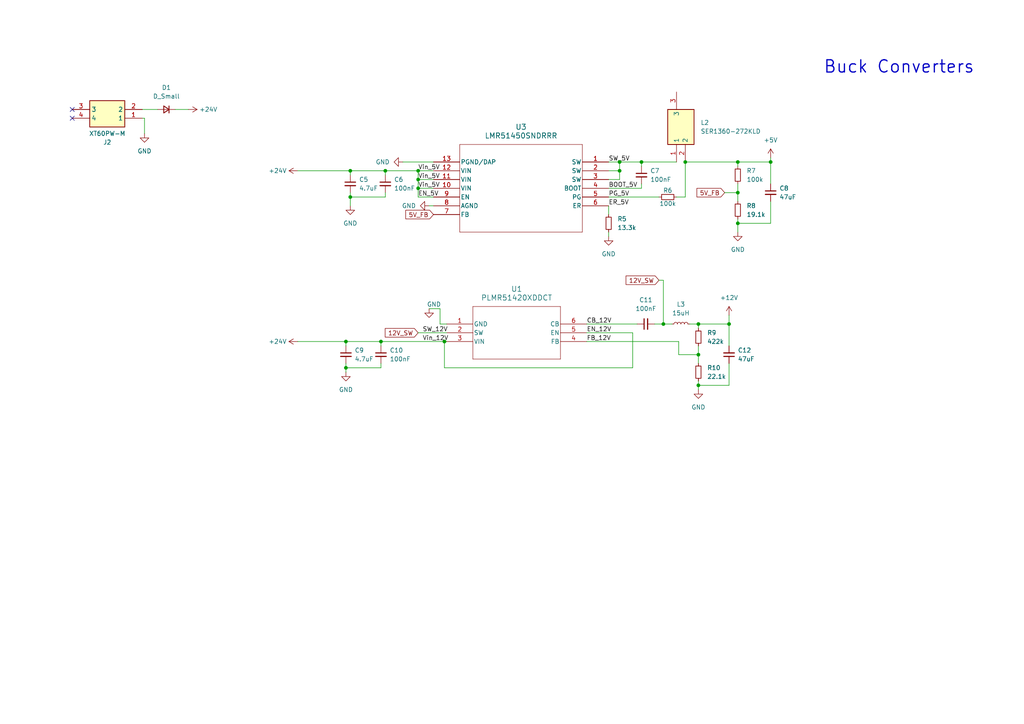
<source format=kicad_sch>
(kicad_sch (version 20230121) (generator eeschema)
  (paper "A4")
  (lib_symbols
    (symbol "Device:C_Small" (pin_numbers hide) (pin_names (offset 0.254) hide)
      (property "Reference" "C" (at 0.254 1.778 0))
      (property "Value" "C_Small" (at 0.254 -2.032 0))
      (symbol "C_Small_0_1"
        (polyline (pts (xy -1.524 -0.508) (xy 1.524 -0.508)) (stroke (width 0.3302)))
        (polyline (pts (xy -1.524 0.508) (xy 1.524 0.508)) (stroke (width 0.3048)))
      )
      (symbol "C_Small_1_1"
        (pin passive line (at 0 2.54 270) (length 2.032) (name "~") (number "1"))
        (pin passive line (at 0 -2.54 90) (length 2.032) (name "~") (number "2"))
      )
    )
    (symbol "Device:D_Small" (pin_numbers hide) (pin_names (offset 0.254) hide)
      (property "Reference" "D" (at -1.27 2.032 0))
      (property "Value" "D_Small" (at -3.81 -2.032 0))
      (symbol "D_Small_0_1"
        (polyline (pts (xy -0.762 -1.016) (xy -0.762 1.016)) (stroke (width 0.254)))
        (polyline (pts (xy -0.762 0) (xy 0.762 0)))
        (polyline (pts (xy 0.762 -1.016) (xy -0.762 0) (xy 0.762 1.016) (xy 0.762 -1.016)) (stroke (width 0.254)))
      )
      (symbol "D_Small_1_1"
        (pin passive line (at -2.54 0 0) (length 1.778) (name "K") (number "1"))
        (pin passive line (at 2.54 0 180) (length 1.778) (name "A") (number "2"))
      )
    )
    (symbol "Device:L_Small" (pin_numbers hide) (pin_names (offset 0.254) hide)
      (property "Reference" "L" (at 0.762 1.016 0))
      (property "Value" "L_Small" (at 0.762 -1.016 0))
      (symbol "L_Small_0_1"
        (arc (start 0 -2.032) (mid 0.5058 -1.524) (end 0 -1.016))
        (arc (start 0 -1.016) (mid 0.5058 -0.508) (end 0 0))
        (arc (start 0 0) (mid 0.5058 0.508) (end 0 1.016))
        (arc (start 0 1.016) (mid 0.5058 1.524) (end 0 2.032))
      )
      (symbol "L_Small_1_1"
        (pin passive line (at 0 2.54 270) (length 0.508) (name "~") (number "1"))
        (pin passive line (at 0 -2.54 90) (length 0.508) (name "~") (number "2"))
      )
    )
    (symbol "Device:R_Small" (pin_numbers hide) (pin_names (offset 0.254) hide)
      (property "Reference" "R" (at 0.762 0.508 0))
      (property "Value" "R_Small" (at 0.762 -1.016 0))
      (symbol "R_Small_0_1"
        (rectangle (start -0.762 1.778) (end 0.762 -1.778) (stroke (width 0.2032)))
      )
      (symbol "R_Small_1_1"
        (pin passive line (at 0 2.54 270) (length 0.762) (name "~") (number "1"))
        (pin passive line (at 0 -2.54 90) (length 0.762) (name "~") (number "2"))
      )
    )
    (symbol "LMR51420XDDCR:PLMR51420XDDCT" (pin_names (offset 0.254))
      (property "Reference" "U" (at 20.32 10.16 0))
      (property "Value" "PLMR51420XDDCT" (at 20.32 7.62 0))
      (symbol "PLMR51420XDDCT_0_1"
        (polyline (pts (xy 7.62 -10.16) (xy 33.02 -10.16)) (stroke (width 0.127)))
        (polyline (pts (xy 7.62 5.08) (xy 7.62 -10.16)) (stroke (width 0.127)))
        (polyline (pts (xy 33.02 -10.16) (xy 33.02 5.08)) (stroke (width 0.127)))
        (polyline (pts (xy 33.02 5.08) (xy 7.62 5.08)) (stroke (width 0.127)))
        (pin power_out line (at 0 0 0) (length 7.62) (name "GND") (number "1"))
        (pin power_in line (at 0 -2.54 0) (length 7.62) (name "SW") (number "2"))
        (pin power_in line (at 0 -5.08 0) (length 7.62) (name "VIN") (number "3"))
        (pin unspecified line (at 40.64 -5.08 180) (length 7.62) (name "FB") (number "4"))
        (pin unspecified line (at 40.64 -2.54 180) (length 7.62) (name "EN") (number "5"))
        (pin power_in line (at 40.64 0 180) (length 7.62) (name "CB") (number "6"))
      )
    )
    (symbol "LMR51450FNDRRR:LMR51450FNDRRR" (pin_names (offset 0.254))
      (property "Reference" "U" (at 25.4 10.16 0))
      (property "Value" "LMR51450FNDRRR" (at 25.4 7.62 0))
      (symbol "LMR51450FNDRRR_0_1"
        (polyline (pts (xy 7.62 -20.32) (xy 43.18 -20.32)) (stroke (width 0.127)))
        (polyline (pts (xy 7.62 5.08) (xy 7.62 -20.32)) (stroke (width 0.127)))
        (polyline (pts (xy 43.18 -20.32) (xy 43.18 5.08)) (stroke (width 0.127)))
        (polyline (pts (xy 43.18 5.08) (xy 7.62 5.08)) (stroke (width 0.127)))
        (pin unspecified line (at 0 0 0) (length 7.62) (name "SW") (number "1"))
        (pin unspecified line (at 50.8 -7.62 180) (length 7.62) (name "VIN") (number "10"))
        (pin unspecified line (at 50.8 -5.08 180) (length 7.62) (name "VIN") (number "11"))
        (pin unspecified line (at 50.8 -2.54 180) (length 7.62) (name "VIN") (number "12"))
        (pin power_out line (at 50.8 0 180) (length 7.62) (name "PGND/DAP") (number "13"))
        (pin unspecified line (at 0 -2.54 0) (length 7.62) (name "SW") (number "2"))
        (pin unspecified line (at 0 -5.08 0) (length 7.62) (name "SW") (number "3"))
        (pin unspecified line (at 0 -7.62 0) (length 7.62) (name "BOOT") (number "4"))
        (pin unspecified line (at 0 -10.16 0) (length 7.62) (name "PG") (number "5"))
        (pin unspecified line (at 0 -12.7 0) (length 7.62) (name "ER") (number "6"))
        (pin unspecified line (at 50.8 -15.24 180) (length 7.62) (name "FB") (number "7"))
        (pin power_out line (at 50.8 -12.7 180) (length 7.62) (name "AGND") (number "8"))
        (pin unspecified line (at 50.8 -10.16 180) (length 7.62) (name "EN") (number "9"))
      )
    )
    (symbol "SER1360-272KLD:SER1360-272KLD"
      (property "Reference" "L" (at 16.51 7.62 0))
      (property "Value" "SER1360-272KLD" (at 16.51 5.08 0))
      (symbol "SER1360-272KLD_1_1"
        (rectangle (start 5.08 2.54) (end 15.24 -5.08) (stroke (width 0.254)) (fill (type background)))
        (pin passive line (at 0 0 0) (length 5.08) (name "1") (number "1"))
        (pin passive line (at 0 -2.54 0) (length 5.08) (name "2") (number "2"))
        (pin passive line (at 20.32 0 180) (length 5.08) (name "3") (number "3"))
      )
    )
    (symbol "XT60PW-M:XT60PW-M"
      (property "Reference" "J" (at 16.51 7.62 0))
      (property "Value" "XT60PW-M" (at 16.51 5.08 0))
      (symbol "XT60PW-M_1_1"
        (rectangle (start 5.08 2.54) (end 15.24 -5.08) (stroke (width 0.254)) (fill (type background)))
        (pin passive line (at 0 0 0) (length 5.08) (name "1") (number "1"))
        (pin passive line (at 0 -2.54 0) (length 5.08) (name "2") (number "2"))
        (pin passive line (at 20.32 -2.54 180) (length 5.08) (name "3") (number "3"))
        (pin passive line (at 20.32 0 180) (length 5.08) (name "4") (number "4"))
      )
    )
    (symbol "power:+12V" (power) (pin_names (offset 0))
      (property "Value" "+12V" (at 0 3.556 0))
      (symbol "+12V_0_1"
        (polyline (pts (xy -0.762 1.27) (xy 0 2.54)))
        (polyline (pts (xy 0 0) (xy 0 2.54)))
        (polyline (pts (xy 0 2.54) (xy 0.762 1.27)))
      )
      (symbol "+12V_1_1"
        (pin power_in line (at 0 0 90) (length 0) hide (name "+12V") (number "1"))
      )
    )
    (symbol "power:+24V" (power) (pin_names (offset 0))
      (property "Value" "+24V" (at 0 3.556 0))
      (symbol "+24V_0_1"
        (polyline (pts (xy -0.762 1.27) (xy 0 2.54)))
        (polyline (pts (xy 0 0) (xy 0 2.54)))
        (polyline (pts (xy 0 2.54) (xy 0.762 1.27)))
      )
      (symbol "+24V_1_1"
        (pin power_in line (at 0 0 90) (length 0) hide (name "+24V") (number "1"))
      )
    )
    (symbol "power:+5V" (power) (pin_names (offset 0))
      (property "Value" "+5V" (at 0 3.556 0))
      (symbol "+5V_0_1"
        (polyline (pts (xy -0.762 1.27) (xy 0 2.54)))
        (polyline (pts (xy 0 0) (xy 0 2.54)))
        (polyline (pts (xy 0 2.54) (xy 0.762 1.27)))
      )
      (symbol "+5V_1_1"
        (pin power_in line (at 0 0 90) (length 0) hide (name "+5V") (number "1"))
      )
    )
    (symbol "power:GND" (power) (pin_names (offset 0))
      (property "Value" "GND" (at 0 -3.81 0))
      (symbol "GND_0_1"
        (polyline (pts (xy 0 0) (xy 0 -1.27) (xy 1.27 -1.27) (xy 0 -2.54) (xy -1.27 -1.27) (xy 0 -1.27)))
      )
      (symbol "GND_1_1"
        (pin power_in line (at 0 0 270) (length 0) hide (name "GND") (number "1"))
      )
    )
  )
  (junction (at 186.055 46.99))
  (junction (at 213.995 64.77))
  (junction (at 202.565 102.87))
  (junction (at 111.76 49.53))
  (junction (at 101.6 49.53))
  (junction (at 223.52 46.99))
  (junction (at 100.33 99.06))
  (junction (at 179.705 46.99))
  (junction (at 121.285 54.61))
  (junction (at 101.6 57.15))
  (junction (at 121.285 52.07))
  (junction (at 100.33 106.68))
  (junction (at 213.995 55.88))
  (junction (at 198.755 46.99))
  (junction (at 110.49 99.06))
  (junction (at 128.905 99.06))
  (junction (at 179.705 49.53))
  (junction (at 211.455 93.98))
  (junction (at 213.995 46.99))
  (junction (at 202.565 93.98))
  (junction (at 121.285 49.53))
  (junction (at 202.565 111.76))
  (junction (at 192.405 93.98))
  (no_connect (at 20.955 34.29))
  (no_connect (at 20.955 31.75))
  (wire (pts (xy 211.455 111.76) (xy 202.565 111.76)))
  (wire (pts (xy 211.455 91.44) (xy 211.455 93.98)))
  (wire (pts (xy 202.565 102.87) (xy 202.565 105.41)))
  (wire (pts (xy 121.285 52.07) (xy 121.285 49.53)))
  (wire (pts (xy 176.53 52.07) (xy 179.705 52.07)))
  (wire (pts (xy 223.52 46.99) (xy 223.52 53.34)))
  (wire (pts (xy 202.565 93.98) (xy 211.455 93.98)))
  (wire (pts (xy 183.515 106.68) (xy 128.905 106.68)))
  (wire (pts (xy 100.33 99.06) (xy 110.49 99.06)))
  (wire (pts (xy 196.215 57.15) (xy 198.755 57.15)))
  (wire (pts (xy 127.635 89.535) (xy 127.635 93.98)))
  (wire (pts (xy 196.215 46.99) (xy 186.055 46.99)))
  (wire (pts (xy 121.285 49.53) (xy 111.76 49.53)))
  (wire (pts (xy 50.8 31.75) (xy 54.61 31.75)))
  (wire (pts (xy 211.455 105.41) (xy 211.455 111.76)))
  (wire (pts (xy 176.53 49.53) (xy 179.705 49.53)))
  (wire (pts (xy 176.53 59.69) (xy 176.53 62.23)))
  (wire (pts (xy 125.73 49.53) (xy 121.285 49.53)))
  (wire (pts (xy 186.055 46.99) (xy 186.055 48.26)))
  (wire (pts (xy 100.33 105.41) (xy 100.33 106.68)))
  (wire (pts (xy 128.905 106.68) (xy 128.905 99.06)))
  (wire (pts (xy 196.85 99.06) (xy 170.18 99.06)))
  (wire (pts (xy 111.76 55.88) (xy 111.76 57.15)))
  (wire (pts (xy 196.85 102.87) (xy 202.565 102.87)))
  (wire (pts (xy 101.6 49.53) (xy 111.76 49.53)))
  (wire (pts (xy 192.405 93.98) (xy 194.945 93.98)))
  (wire (pts (xy 176.53 67.31) (xy 176.53 68.58)))
  (wire (pts (xy 179.705 52.07) (xy 179.705 49.53)))
  (wire (pts (xy 213.995 55.88) (xy 213.995 58.42)))
  (wire (pts (xy 125.73 52.07) (xy 121.285 52.07)))
  (wire (pts (xy 202.565 111.76) (xy 202.565 113.03)))
  (wire (pts (xy 192.405 81.28) (xy 191.135 81.28)))
  (wire (pts (xy 176.53 54.61) (xy 186.055 54.61)))
  (wire (pts (xy 101.6 55.88) (xy 101.6 57.15)))
  (wire (pts (xy 196.85 102.87) (xy 196.85 99.06)))
  (wire (pts (xy 124.46 59.69) (xy 125.73 59.69)))
  (wire (pts (xy 127.635 93.98) (xy 129.54 93.98)))
  (wire (pts (xy 183.515 96.52) (xy 183.515 106.68)))
  (wire (pts (xy 200.025 93.98) (xy 202.565 93.98)))
  (wire (pts (xy 125.73 57.15) (xy 121.285 57.15)))
  (wire (pts (xy 213.995 53.34) (xy 213.995 55.88)))
  (wire (pts (xy 125.73 54.61) (xy 121.285 54.61)))
  (wire (pts (xy 121.285 54.61) (xy 121.285 57.15)))
  (wire (pts (xy 86.36 49.53) (xy 101.6 49.53)))
  (wire (pts (xy 111.76 49.53) (xy 111.76 50.8)))
  (wire (pts (xy 101.6 49.53) (xy 101.6 50.8)))
  (wire (pts (xy 124.46 89.535) (xy 127.635 89.535)))
  (wire (pts (xy 110.49 99.06) (xy 110.49 100.33)))
  (wire (pts (xy 100.33 106.68) (xy 110.49 106.68)))
  (wire (pts (xy 45.72 31.75) (xy 41.275 31.75)))
  (wire (pts (xy 125.73 46.99) (xy 116.84 46.99)))
  (wire (pts (xy 41.91 34.29) (xy 41.275 34.29)))
  (wire (pts (xy 213.995 46.99) (xy 213.995 48.26)))
  (wire (pts (xy 223.52 45.72) (xy 223.52 46.99)))
  (wire (pts (xy 100.33 106.68) (xy 100.33 107.95)))
  (wire (pts (xy 86.36 99.06) (xy 100.33 99.06)))
  (wire (pts (xy 211.455 93.98) (xy 211.455 100.33)))
  (wire (pts (xy 128.905 99.06) (xy 129.54 99.06)))
  (wire (pts (xy 101.6 59.69) (xy 101.6 57.15)))
  (wire (pts (xy 176.53 46.99) (xy 179.705 46.99)))
  (wire (pts (xy 170.18 96.52) (xy 183.515 96.52)))
  (wire (pts (xy 198.755 46.99) (xy 213.995 46.99)))
  (wire (pts (xy 110.49 106.68) (xy 110.49 105.41)))
  (wire (pts (xy 202.565 100.33) (xy 202.565 102.87)))
  (wire (pts (xy 202.565 110.49) (xy 202.565 111.76)))
  (wire (pts (xy 213.995 46.99) (xy 223.52 46.99)))
  (wire (pts (xy 176.53 57.15) (xy 191.135 57.15)))
  (wire (pts (xy 210.185 55.88) (xy 213.995 55.88)))
  (wire (pts (xy 121.285 54.61) (xy 121.285 52.07)))
  (wire (pts (xy 223.52 58.42) (xy 223.52 64.77)))
  (wire (pts (xy 213.995 63.5) (xy 213.995 64.77)))
  (wire (pts (xy 189.865 93.98) (xy 192.405 93.98)))
  (wire (pts (xy 101.6 57.15) (xy 111.76 57.15)))
  (wire (pts (xy 202.565 93.98) (xy 202.565 95.25)))
  (wire (pts (xy 179.705 49.53) (xy 179.705 46.99)))
  (wire (pts (xy 41.91 38.735) (xy 41.91 34.29)))
  (wire (pts (xy 121.285 96.52) (xy 129.54 96.52)))
  (wire (pts (xy 100.33 100.33) (xy 100.33 99.06)))
  (wire (pts (xy 198.755 57.15) (xy 198.755 46.99)))
  (wire (pts (xy 186.055 54.61) (xy 186.055 53.34)))
  (wire (pts (xy 213.995 64.77) (xy 213.995 67.31)))
  (wire (pts (xy 110.49 99.06) (xy 128.905 99.06)))
  (wire (pts (xy 213.995 64.77) (xy 223.52 64.77)))
  (wire (pts (xy 170.18 93.98) (xy 184.785 93.98)))
  (wire (pts (xy 179.705 46.99) (xy 186.055 46.99)))
  (wire (pts (xy 192.405 81.28) (xy 192.405 93.98)))
  (text "Buck Converters" (at 238.76 21.59 0) (effects (font (size 3.556 3.556) (thickness 0.3556) bold) (justify left bottom)))
  (label "PG_5V" (at 176.53 57.15 0))
  (label "Vin_5V" (at 121.285 54.61 0))
  (label "SW_12V" (at 122.555 96.52 0))
  (label "Vin_5V" (at 121.285 49.53 0))
  (label "EN_5V" (at 121.285 57.15 0))
  (label "EN_12V" (at 170.18 96.52 0))
  (label "ER_5V" (at 176.53 59.69 0))
  (label "CB_12V" (at 170.18 93.98 0))
  (label "Vin_12V" (at 122.555 99.06 0))
  (label "Vin_5V" (at 121.285 52.07 0))
  (label "SW_5V" (at 176.53 46.99 0))
  (label "BOOT_5V" (at 176.53 54.61 0))
  (label "FB_12V" (at 170.18 99.06 0))
  (global_label "12V_SW" (shape input) (at 121.285 96.52 180) (property "Intersheetrefs" "${INTERSHEET_REFS}" (effects hide)))
  (global_label "5V_FB" (shape input) (at 210.185 55.88 180) (property "Intersheetrefs" "${INTERSHEET_REFS}" (effects hide)))
  (global_label "5V_FB" (shape input) (at 125.73 62.23 180) (property "Intersheetrefs" "${INTERSHEET_REFS}" (effects hide)))
  (global_label "12V_SW" (shape input) (at 191.135 81.28 180) (property "Intersheetrefs" "${INTERSHEET_REFS}" (effects hide)))
  (symbol (lib_id "Device:C_Small") (at 211.455 102.87 180) (unit 1)
    (property "Reference" "C12" (at 213.995 101.5936 0) (effects (justify right)))
    (property "Value" "47uF" (at 213.995 104.1336 0) (effects (justify right)))
    (property "Footprint" "Capacitor_SMD:C_1210_3225Metric_Pad1.33x2.70mm_HandSolder" (effects hide))
  )
  (symbol (lib_id "Device:R_Small") (at 213.995 60.96 0) (unit 1)
    (property "Reference" "R8" (at 216.535 59.69 0) (effects (justify left)))
    (property "Value" "19.1k" (at 216.535 62.23 0) (effects (justify left)))
    (property "Footprint" "Resistor_SMD:R_0402_1005Metric_Pad0.72x0.64mm_HandSolder" (effects hide))
  )
  (symbol (lib_id "power:GND") (at 213.995 67.31 0) (unit 1)
    (property "Reference" "#PWR015" (effects hide))
    (property "Value" "GND" (at 213.995 72.39 0))
  )
  (symbol (lib_id "power:+24V") (at 86.36 49.53 90) (unit 1)
    (property "Reference" "#PWR022" (effects hide))
    (property "Value" "+24V" (at 83.185 49.53 90) (effects (justify left)))
  )
  (symbol (lib_id "Device:R_Small") (at 176.53 64.77 0) (unit 1)
    (property "Reference" "R5" (at 179.07 63.5 0) (effects (justify left)))
    (property "Value" "13.3k" (at 179.07 66.04 0) (effects (justify left)))
    (property "Footprint" "Resistor_SMD:R_0402_1005Metric_Pad0.72x0.64mm_HandSolder" (effects hide))
  )
  (symbol (lib_id "Device:R_Small") (at 202.565 97.79 0) (unit 1)
    (property "Reference" "R9" (at 205.105 96.52 0) (effects (justify left)))
    (property "Value" "422k" (at 205.105 99.06 0) (effects (justify left)))
    (property "Footprint" "Resistor_SMD:R_0402_1005Metric_Pad0.72x0.64mm_HandSolder" (effects hide))
  )
  (symbol (lib_id "LMR51420XDDCR:PLMR51420XDDCT") (at 129.54 93.98 0) (unit 1)
    (property "Reference" "U1" (at 149.86 83.82 0) (effects (font (size 1.524 1.524))))
    (property "Value" "PLMR51420XDDCT" (at 149.86 86.36 0) (effects (font (size 1.524 1.524))))
    (property "Footprint" "LMR51420XDDCR:SOT-23-THIN-6_DDC_TEX" (effects hide))
    (property "Datasheet" "PLMR51420XDDCT" (effects hide))
  )
  (symbol (lib_id "power:GND") (at 124.46 59.69 270) (unit 1)
    (property "Reference" "#PWR07" (effects hide))
    (property "Value" "GND" (at 120.65 59.69 90) (effects (justify right)))
  )
  (symbol (lib_id "Device:C_Small") (at 187.325 93.98 90) (unit 1)
    (property "Reference" "C11" (at 187.3313 86.995 90))
    (property "Value" "100nF" (at 187.3313 89.535 90))
    (property "Footprint" "Capacitor_SMD:C_0402_1005Metric_Pad0.74x0.62mm_HandSolder" (effects hide))
  )
  (symbol (lib_id "Device:R_Small") (at 202.565 107.95 0) (unit 1)
    (property "Reference" "R10" (at 205.105 106.68 0) (effects (justify left)))
    (property "Value" "22.1k" (at 205.105 109.22 0) (effects (justify left)))
    (property "Footprint" "Resistor_SMD:R_0402_1005Metric_Pad0.72x0.64mm_HandSolder" (effects hide))
  )
  (symbol (lib_id "Device:C_Small") (at 186.055 50.8 0) (unit 1)
    (property "Reference" "C7" (at 188.595 49.5363 0) (effects (justify left)))
    (property "Value" "100nF" (at 188.595 52.0763 0) (effects (justify left)))
    (property "Footprint" "Capacitor_SMD:C_0402_1005Metric_Pad0.74x0.62mm_HandSolder" (effects hide))
  )
  (symbol (lib_id "power:GND") (at 176.53 68.58 0) (unit 1)
    (property "Reference" "#PWR010" (effects hide))
    (property "Value" "GND" (at 176.53 73.66 0))
  )
  (symbol (lib_id "Device:R_Small") (at 193.675 57.15 90) (unit 1)
    (property "Reference" "R6" (at 193.675 55.245 90))
    (property "Value" "100k" (at 193.675 59.055 90))
    (property "Footprint" "Resistor_SMD:R_0603_1608Metric_Pad0.98x0.95mm_HandSolder" (effects hide))
  )
  (symbol (lib_id "Device:R_Small") (at 213.995 50.8 0) (unit 1)
    (property "Reference" "R7" (at 216.535 49.53 0) (effects (justify left)))
    (property "Value" "100k" (at 216.535 52.07 0) (effects (justify left)))
    (property "Footprint" "Resistor_SMD:R_0402_1005Metric_Pad0.72x0.64mm_HandSolder" (effects hide))
  )
  (symbol (lib_id "Device:C_Small") (at 101.6 53.34 0) (unit 1)
    (property "Reference" "C5" (at 104.14 52.07 0) (effects (justify left)))
    (property "Value" "4.7uF" (at 104.14 54.6163 0) (effects (justify left)))
    (property "Footprint" "Capacitor_SMD:C_1206_3216Metric_Pad1.33x1.80mm_HandSolder" (effects hide))
  )
  (symbol (lib_id "SER1360-272KLD:SER1360-272KLD") (at 196.215 46.99 90) (unit 1)
    (property "Reference" "L2" (at 203.2 35.56 90) (effects (justify right)))
    (property "Value" "SER1360-272KLD" (at 203.2 38.1 90) (effects (justify right)))
    (property "Footprint" "SER1360-272KLD:SER1360272KLD" (effects hide))
    (property "Datasheet" "https://www.coilcraft.com/pdfs/ser1360.pdf" (effects hide))
    (property "Height" "5.8" (effects hide))
    (property "Mouser Part Number" "994-SER1360-272KLD" (effects hide))
    (property "Mouser Price/Stock" "https://www.mouser.co.uk/ProductDetail/Coilcraft/SER1360-272KLD?qs=zCSbvcPd3pZ5LRuxM2jV0g%3D%3D" (effects hide))
    (property "Manufacturer_Name" "COILCRAFT" (effects hide))
    (property "Manufacturer_Part_Number" "SER1360-272KLD" (effects hide))
  )
  (symbol (lib_id "power:GND") (at 116.84 46.99 270) (unit 1)
    (property "Reference" "#PWR05" (effects hide))
    (property "Value" "GND" (at 113.03 46.99 90) (effects (justify right)))
  )
  (symbol (lib_id "power:GND") (at 202.565 113.03 0) (unit 1)
    (property "Reference" "#PWR013" (effects hide))
    (property "Value" "GND" (at 202.565 118.11 0))
  )
  (symbol (lib_id "power:GND") (at 41.91 38.735 0) (unit 1)
    (property "Reference" "#PWR018" (effects hide))
    (property "Value" "GND" (at 41.91 43.815 0))
  )
  (symbol (lib_id "power:GND") (at 124.46 89.535 0) (unit 1)
    (property "Reference" "#PWR08" (effects hide))
    (property "Value" "GND" (at 123.825 88.265 0) (effects (justify left)))
  )
  (symbol (lib_id "Device:C_Small") (at 100.33 102.87 0) (unit 1)
    (property "Reference" "C9" (at 102.87 101.6063 0) (effects (justify left)))
    (property "Value" "4.7uF" (at 102.87 104.1463 0) (effects (justify left)))
    (property "Footprint" "Capacitor_SMD:C_0603_1608Metric_Pad1.08x0.95mm_HandSolder" (effects hide))
  )
  (symbol (lib_id "Device:C_Small") (at 223.52 55.88 0) (unit 1)
    (property "Reference" "C8" (at 226.06 54.6163 0) (effects (justify left)))
    (property "Value" "47uF" (at 226.06 57.1563 0) (effects (justify left)))
    (property "Footprint" "Capacitor_SMD:C_1210_3225Metric_Pad1.33x2.70mm_HandSolder" (effects hide))
  )
  (symbol (lib_id "Device:C_Small") (at 110.49 102.87 0) (unit 1)
    (property "Reference" "C10" (at 113.03 101.6063 0) (effects (justify left)))
    (property "Value" "100nF" (at 113.03 104.1463 0) (effects (justify left)))
    (property "Footprint" "Capacitor_SMD:C_0603_1608Metric_Pad1.08x0.95mm_HandSolder" (effects hide))
  )
  (symbol (lib_id "power:+5V") (at 223.52 45.72 0) (unit 1)
    (property "Reference" "#PWR016" (effects hide))
    (property "Value" "+5V" (at 223.52 40.64 0))
  )
  (symbol (lib_id "power:GND") (at 101.6 59.69 0) (unit 1)
    (property "Reference" "#PWR01" (effects hide))
    (property "Value" "GND" (at 101.6 64.77 0))
  )
  (symbol (lib_id "power:+12V") (at 211.455 91.44 0) (unit 1)
    (property "Reference" "#PWR019" (effects hide))
    (property "Value" "+12V" (at 211.455 86.36 0))
  )
  (symbol (lib_id "Device:D_Small") (at 48.26 31.75 180) (unit 1)
    (property "Reference" "D1" (at 48.26 25.4 0))
    (property "Value" "D_Small" (at 48.26 27.94 0))
    (property "Footprint" "Diode_SMD:D_SOD-128" (effects hide))
    (property "Sim.Device" "D" (effects hide))
    (property "Sim.Pins" "1=K 2=A" (effects hide))
  )
  (symbol (lib_id "power:+24V") (at 54.61 31.75 270) (unit 1)
    (property "Reference" "#PWR011" (effects hide))
    (property "Value" "+24V" (at 57.785 31.75 90) (effects (justify left)))
  )
  (symbol (lib_id "Device:L_Small") (at 197.485 93.98 90) (unit 1)
    (property "Reference" "L3" (at 197.485 88.265 90))
    (property "Value" "15uH" (at 197.485 90.805 90))
    (property "Footprint" "Inductor_SMD:L_12x12mm_H8mm" (effects hide))
  )
  (symbol (lib_id "LMR51450FNDRRR:LMR51450FNDRRR") (at 176.53 46.99 0) (mirror y) (unit 1)
    (property "Reference" "U3" (at 151.13 36.83 0) (effects (font (size 1.524 1.524))))
    (property "Value" "LMR51450SNDRRR" (at 151.13 39.37 0) (effects (font (size 1.524 1.524))))
    (property "Footprint" "LMR51450FNDRRR:WSON_SDRRR_TEX" (effects hide))
    (property "Datasheet" "LMR51450FNDRRR" (effects hide))
  )
  (symbol (lib_id "power:GND") (at 100.33 107.95 0) (unit 1)
    (property "Reference" "#PWR03" (effects hide))
    (property "Value" "GND" (at 100.33 113.03 0))
  )
  (symbol (lib_id "XT60PW-M:XT60PW-M") (at 41.275 34.29 180) (unit 1)
    (property "Reference" "J2" (at 31.115 41.275 0))
    (property "Value" "XT60PW-M" (at 31.115 38.735 0))
    (property "Footprint" "Connector_AMASS:AMASS_XT60PW-M_1x02_P7.20mm_Horizontal" (effects hide))
    (property "Datasheet" "https://www.tme.eu/Document/9b8d0c5eb7094295f3d3112c214d3ade/XT60PW%20SPEC.pdf" (effects hide))
    (property "Height" "8.4" (effects hide))
    (property "Manufacturer_Name" "Changzou Amass Elec" (effects hide))
    (property "Manufacturer_Part_Number" "XT60PW-M" (effects hide))
  )
  (symbol (lib_id "Device:C_Small") (at 111.76 53.34 0) (unit 1)
    (property "Reference" "C6" (at 114.3 52.0763 0) (effects (justify left)))
    (property "Value" "100nF" (at 114.3 54.6163 0) (effects (justify left)))
    (property "Footprint" "Capacitor_SMD:C_0805_2012Metric_Pad1.18x1.45mm_HandSolder" (effects hide))
  )
  (symbol (lib_id "power:+24V") (at 86.36 99.06 90) (unit 1)
    (property "Reference" "#PWR023" (effects hide))
    (property "Value" "+24V" (at 83.185 99.06 90) (effects (justify left)))
  )
)
</source>
